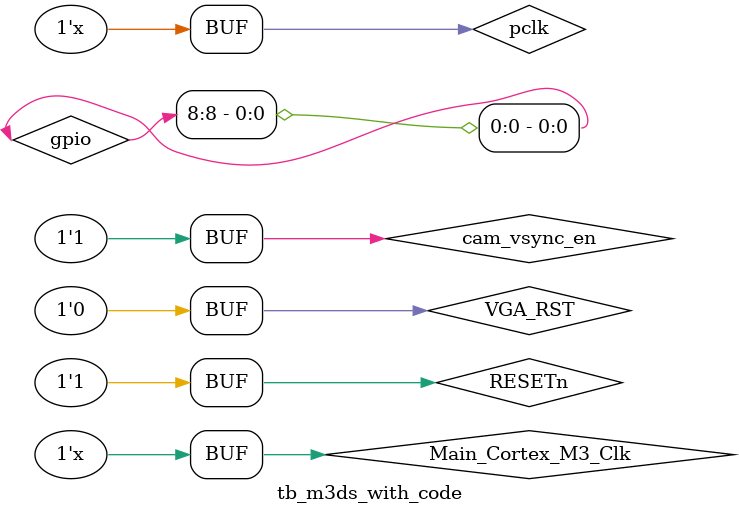
<source format=v>
`timescale 1ns/1ps


module tb_m3ds_with_code;

reg         Main_Cortex_M3_Clk = 1'b0;
always #5   Main_Cortex_M3_Clk = ~Main_Cortex_M3_Clk;

reg 		RESETn;
initial begin
	RESETn = 1'b0;

	#220

	RESETn = 1'b1;
end

reg         VGA_RST;
initial begin
    VGA_RST = 1'b1;

    #2200

    VGA_RST = 1'b0;
end

`ifdef __FOR_SIMULATION__
wire           HSEL_rom;
wire           HCLK_rom;
wire           HRESETn_rom;
wire           HREADY_rom;
wire    [31:0] HADDR_rom;
wire     [1:0] HTRANS_rom;
wire           HWRITE_rom;
wire     [2:0] HSIZE_rom;
wire    [31:0] HWDATA_rom;
wire           HREADYOUT_rom;
wire    [31:0] HRDATA_rom;

   // AHB-Lite ROM
   AHB2MEM_Code_tb uAHB2ROM (
       .HSEL          (HSEL_rom),
       .HCLK          (HCLK_rom), 
       .HRESETn       (HRESETn_rom), 
       .HREADY        (HREADY_rom),     
       .HADDR         (HADDR_rom),
       .HTRANS        (HTRANS_rom), 
       .HWRITE        (HWRITE_rom),
       .HSIZE         (HSIZE_rom),
       .HWDATA        (HWDATA_rom), 
       .HRDATA        (HRDATA_rom), 
       .HREADYOUT     (HREADYOUT_rom)
   );
`endif

wire    [15:0] gpio;

assign gpio[0] = gpio[8];

wire           vga_hsync;
wire           vga_vsync;
wire    [3:0]  vga_r;
wire    [3:0]  vga_g;
wire    [3:0]  vga_b;

reg            pclk = 0;
wire           cam_href;
wire           cam_vsync;
reg            cam_d;

wire           uart0_txd;
wire           uart0_rxd = uart0_txd;
wire           uarT1_txd;
wire           uarT1_rxd = uarT1_txd;

wire           scl;
wire           sda;

always #20 pclk = ~pclk;

reg            cam_vsync_en;
initial begin
    cam_vsync_en = 0;

    #46000
    cam_vsync_en = 1;
end

reg    [16:0]  cam_vsync_cnt = 17'h1_ffff;
always @(posedge pclk) begin
    if(cam_vsync_en)
        if(cam_vsync_cnt == 79210-1)
        // if(cam_vsync_cnt == 3000)
            cam_vsync_cnt <= 0;
        else
            cam_vsync_cnt <= cam_vsync_cnt + 1;
    else
        cam_vsync_cnt <= 17'h1_ffff;
end

assign cam_vsync = (cam_vsync_cnt == 0) ? 1 : 0;

reg     [9:0]   cam_href_cnt;
always @(posedge pclk) begin
    if(cam_vsync)
        cam_href_cnt <= 0;
    else if(cam_href_cnt == 650-1)
        cam_href_cnt <= 0;
    else
        cam_href_cnt <= cam_href_cnt + 1;
end

assign cam_href = (cam_href_cnt>=10) ? 1 : 0;





wire            out_pclk;
wire            out_href;
wire            out_vsync;

ARMSOC_TOP_with_busmatrix u_top (
    .SYS_CLK100M        (Main_Cortex_M3_Clk),   // Oscillator
    .SYS_RESETn         (RESETn),               // Reset
    .RESETn_BUTTON      (RESETn),

    .TEST_LED           (),

    // GPIO
    .GPIO(gpio),

    // VGA
    .VGA_RST    (VGA_RST),
    .VGA_HSYNC  (vga_hsync),
    .VGA_VSYNC  (vga_vsync),
    .VGA_R      (vga_r),
    .VGA_G      (vga_g),
    .VGA_B      (vga_b),

    // DCMI
    .PCLK       (pclk),
    .CAM_HREF   (cam_href),
    .CAM_VSYNC  (cam_vsync),
    .CAM_D      (cam_vsync_cnt[7:0]),

    // UART
    .UART0_RXD(uart0_rxd),
    .UART0_TXD(uart0_txd),
    .UART1_RXD(uart1_rxd),
    .UART1_TXD(uart1_txd),

    // CAM I2C
    .SCL                (scl),
    .SDA                (sda),
    .XCLK               (),

    // Debug
    .TDI(),                  // JTAG TDI
    .TCK(),                  // SWD Clk / JTAG TCK
    .TMS(),                  // SWD I/O / JTAG TMS
    .TDO()                   // SWV     / JTAG TDO

`ifdef __FOR_SIMULATION__
    ,.HSEL_rom(HSEL_rom),
    .HCLK_rom(HCLK_rom),
    .HRESETn_rom (HRESETn_rom),
    .HREADY_rom (HREADY_rom),
    .HADDR_rom (HADDR_rom),
    .HTRANS_rom (HTRANS_rom),
    .HWRITE_rom (HWRITE_rom),
    .HSIZE_rom (HSIZE_rom),
    .HWDATA_rom (HWDATA_rom),
    .HREADYOUT_rom (HREADYOUT_rom),
    .HRDATA_rom (HRDATA_rom)
`endif
    );


endmodule


// ////////////////////////////////////////////////////////////////////////////////
// // Testbench Memory Module
// ////////////////////////////////////////////////////////////////////////////////

// // 下载了程序的ROM
//     module AHB2MEM_Code_tb
//     #(parameter MEMWIDTH = 15)               // [15:0] Size = 64KB
//     (
//         input wire           HSEL,
//         input wire           HCLK,
//         input wire           HRESETn,
//         input wire           HREADY,
//         input wire    [31:0] HADDR,
//         input wire     [1:0] HTRANS,
//         input wire           HWRITE,
//         input wire     [2:0] HSIZE,
//         input wire    [31:0] HWDATA,
//         output wire          HREADYOUT, // 
//         output wire   [31:0] HRDATA
//     );

//     wire   [31:0] sram_rdata; // SRAM Read Data
//     wire   [29:0] sram_addr;  // SRAM address
//     wire    [3:0] sram_wen;   // SRAM write enable (active high)
//     wire   [31:0] sram_wdata; // SRAM write data
//     wire          sram_cs;

//     cmsdk_ahb_to_sram #(
//       .AW(32)
//     )
//     u_cmsdk_ahb_to_sram (
//         .HCLK       (HCLK),      // system bus clock
//         .HRESETn    (HRESETn),   // system bus reset
//         .HSEL       (HSEL),      // AHB peripheral select
//         .HREADY     (HREADY),    // AHB ready input
//         .HTRANS     (HTRANS),    // AHB transfer type
//         .HSIZE      (HSIZE),     // AHB hsize
//         .HWRITE     (HWRITE),    // AHB hwrite
//         .HADDR      (HADDR),// AHB address bus
//         .HWDATA     (HWDATA),    // AHB write data bus
//         .HREADYOUT  (HREADYOUT), // AHB ready output to S->M mux
//         .HRESP      (),          // AHB response
//         .HRDATA     (HRDATA),    // AHB read data bus

//         .SRAMRDATA  (sram_rdata), // SRAM Read Data
//         .SRAMADDR   (sram_addr),  // SRAM address
//         .SRAMWEN    (sram_wen),   // SRAM write enable (active high)
//         .SRAMWDATA  (sram_wdata), // SRAM write data
//         .SRAMCS     (sram_cs)
//       );

//     ROM_with_Code_tb u_ROM (
//         .MEMCLK     (HCLK),
//         .RSTn       (HRESETn),
//         .WEN        (sram_wen[0] & sram_cs),
//         .MEMADDR    (sram_addr[13:0]),
//         .WDATA      (sram_wdata),
//         .RDATA      (sram_rdata)
//     );

//     endmodule

// //read hex file to initial ROM or RAM
// module ROM_with_Code_tb (
//     input               MEMCLK,
//     input               RSTn,
//     input               WEN,
//     input       [13:0]  MEMADDR,
//     input       [31:0]  WDATA,
//     output reg  [31:0]  RDATA
//     );
 
//     // parameter filename = "F:/Prj2020/Modelsim/debugs/ahb_to_apb/Software_reference/Code.hex";
//     // parameter filename = "F:/software_DCMI_with_Interrupt_test/Code.hex";
//     // parameter filename = "F:/0422_IPU_test/Code.hex";
//     // parameter filename = "F:/software_dma_interrupt_debugging/Code.hex";
//     parameter filename = "F:/0422_IPU_test_IPU_for_M3_0508/Code.hex";

//     reg[ 7:0] char_1st;
//     reg[15:0] address; // Rom address
//     reg[ 7:0] len; // bytes of one line in the hex file
//     reg[ 7:0] dat;
//     reg[ 7:0] data_type;
//     reg[7:0] sum; // intel hex file verification
//     reg[640:1] errstr;
//     reg[7:0] rom[0:65535];
//     reg CanRead;
//     integer i,fp,code;
 
//     always@(posedge MEMCLK)
//     if(!RSTn)begin
 
//         char_1st = 0;
//         address =0;
//         len =0;
//         dat =0;
//         sum =0;
//         CanRead =1;
 
//         fp=$fopen(filename,"r");
 
//         if(fp==0)begin
//             $display($time,"ERROR: Hex File %s cann't be open!",filename);
//             $stop; // stop when no such file
//         end
//         else begin
//             $display($time,"Message: Hex File %s open succese!",filename);
//         end
 
//         if($ferror(fp,errstr))begin
//             $display("%s",errstr);
//             $display($time,"ERROR: Hex File %s error",filename);
//             $stop;
//         end
 
//         while(CanRead)begin
//             //first byte should be ":"
//             char_1st=$fgetc(fp);
 
//             if(char_1st=="\n")begin //if it is blank line read next char
//                 char_1st=$fgetc(fp);
//             end
//             else if(char_1st!=":")begin // every line begin with ":"
//                 //if one line is not start with ":" this file maybe not a hex file
//                 $display($time,"Error: The 1st char isn't [:]Hex File convert end! ");
//                 CanRead = 0;
//             end
//             else begin
//                 //the second and third byte means how many data in this line
//                 code=$fscanf(fp,"%2x",len);
 
//                 if(len==0)begin
//                     $display($time,"Message:Initial Rom Finish!");
//                     CanRead = 0;
//                 end
//                 else begin
 
//                     sum=len;
//                     code=$fscanf(fp,"%4x",address);
//                     sum=sum+address;
//                     sum=sum+(address>>8); // unsigned sum
//                     code=$fscanf(fp,"%2x",data_type); // data type 这里需要判断一下本行的 DATA TYPE 否则非数据部分可能会替换ROM中的数据
//                     sum=sum+data_type;
 
//                     for(i=0;i<len;i=i+1)begin
//                         code=$fscanf(fp,"%2x",dat);
//                         sum=sum+dat;
//                         if(!data_type) begin // 如果是数据才保存在ROM中
//                             rom[address]=dat; // ram read data from file
//                             address=address+1;
//                         end
//                     end
 
//                     code=$fscanf(fp,"%2x\n",dat); // check data
//                     sum=sum+dat;
 
//                     if(sum!=0)begin
//                         $display("Error:verification code is not zero!");
//                         CanRead = 0;
//                     end
 
//                 end
 
//             end
 
//         end
//     end
//     else begin
//         if(WEN) begin // 将8位ROM组合成位宽为32bit的ROM
//             {rom[MEMADDR*4+3], rom[MEMADDR*4+2], rom[MEMADDR*4+1], rom[MEMADDR*4]} <= WDATA;
//             RDATA <= RDATA;
//         end
//         else
//             RDATA <= {rom[MEMADDR*4+3], rom[MEMADDR*4+2], rom[MEMADDR*4+1], rom[MEMADDR*4]};
//     end
 
// endmodule

</source>
